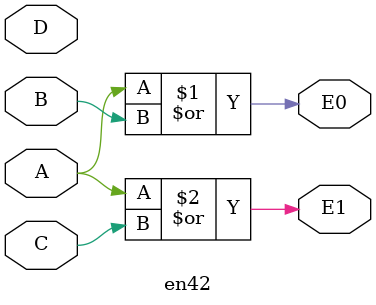
<source format=v>
`timescale 1ns / 1ps

module en42(output E0,E1, input A, B,C,D);
    assign E0=A|B;
    assign E1=A|C;
endmodule


</source>
